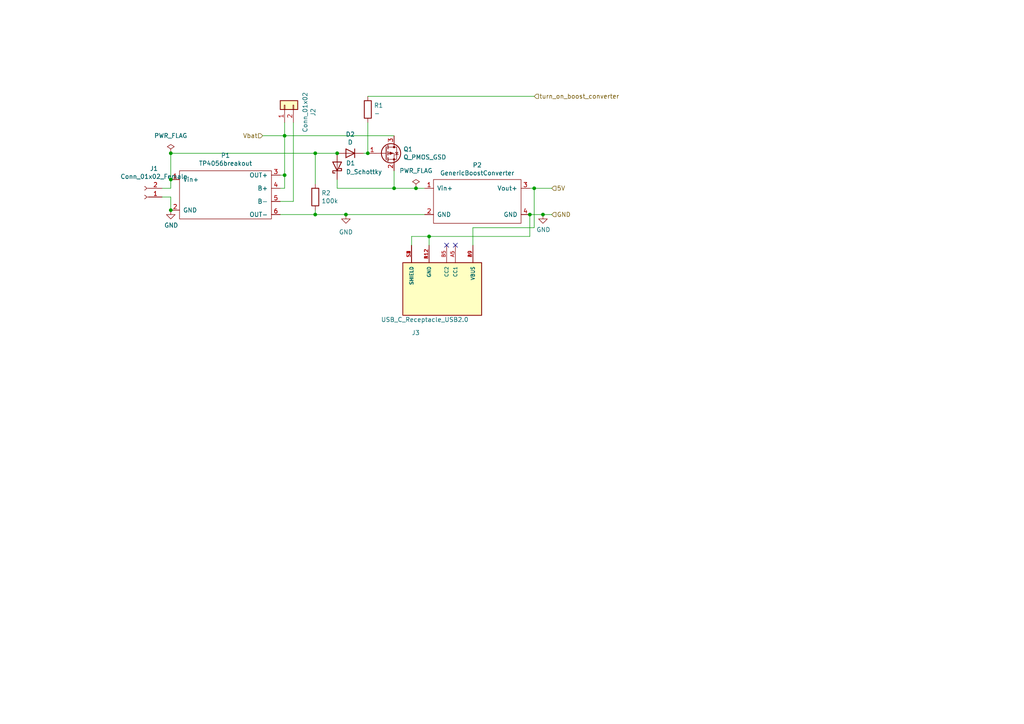
<source format=kicad_sch>
(kicad_sch (version 20211123) (generator eeschema)
  (paper "A4")
  (lib_symbols
    (symbol "Connector:Conn_01x02_Female" (pin_names (offset 1.016) hide)
      (property "Reference" "J" (at 0 2.54 0))
      (property "Value" "Conn_01x02_Female" (at 0 -5.08 0))
      (symbol "Conn_01x02_Female_1_1"
        (arc (start 0 -2.032) (mid -0.508 -2.54) (end 0 -3.048) (stroke (width 0.1524)))
        (polyline (pts (xy -1.27 -2.54) (xy -0.508 -2.54)) (stroke (width 0.1524)))
        (polyline (pts (xy -1.27 0) (xy -0.508 0)) (stroke (width 0.1524)))
        (arc (start 0 0.508) (mid -0.508 0) (end 0 -0.508) (stroke (width 0.1524)))
        (pin passive line (at -5.08 0 0) (length 3.81) (name "Pin_1") (number "1"))
        (pin passive line (at -5.08 -2.54 0) (length 3.81) (name "Pin_2") (number "2"))
      )
    )
    (symbol "Connector_Generic:Conn_01x02" (pin_names (offset 1.016) hide)
      (property "Reference" "J" (at 0 2.54 0))
      (property "Value" "Conn_01x02" (at 0 -5.08 0))
      (symbol "Conn_01x02_1_1"
        (rectangle (start -1.27 -2.413) (end 0 -2.667) (stroke (width 0.1524)))
        (rectangle (start -1.27 0.127) (end 0 -0.127) (stroke (width 0.1524)))
        (rectangle (start -1.27 1.27) (end 1.27 -3.81) (stroke (width 0.254)) (fill (type background)))
        (pin passive line (at -5.08 0 0) (length 3.81) (name "Pin_1") (number "1"))
        (pin passive line (at -5.08 -2.54 0) (length 3.81) (name "Pin_2") (number "2"))
      )
    )
    (symbol "Device:D" (pin_numbers hide) (pin_names (offset 1.016) hide)
      (property "Reference" "D" (at 0 2.54 0))
      (property "Value" "D" (at 0 -2.54 0))
      (symbol "D_0_1"
        (polyline (pts (xy -1.27 1.27) (xy -1.27 -1.27)) (stroke (width 0.254)))
        (polyline (pts (xy 1.27 0) (xy -1.27 0)))
        (polyline (pts (xy 1.27 1.27) (xy 1.27 -1.27) (xy -1.27 0) (xy 1.27 1.27)) (stroke (width 0.254)))
      )
      (symbol "D_1_1"
        (pin passive line (at -3.81 0 0) (length 2.54) (name "K") (number "1"))
        (pin passive line (at 3.81 0 180) (length 2.54) (name "A") (number "2"))
      )
    )
    (symbol "Device:D_Schottky" (pin_numbers hide) (pin_names (offset 1.016) hide)
      (property "Reference" "D" (at 0 2.54 0))
      (property "Value" "D_Schottky" (at 0 -2.54 0))
      (symbol "D_Schottky_0_1"
        (polyline (pts (xy 1.27 0) (xy -1.27 0)))
        (polyline (pts (xy 1.27 1.27) (xy 1.27 -1.27) (xy -1.27 0) (xy 1.27 1.27)) (stroke (width 0.254)))
        (polyline (pts (xy -1.905 0.635) (xy -1.905 1.27) (xy -1.27 1.27) (xy -1.27 -1.27) (xy -0.635 -1.27) (xy -0.635 -0.635)) (stroke (width 0.254)))
      )
      (symbol "D_Schottky_1_1"
        (pin passive line (at -3.81 0 0) (length 2.54) (name "K") (number "1"))
        (pin passive line (at 3.81 0 180) (length 2.54) (name "A") (number "2"))
      )
    )
    (symbol "Device:Q_PMOS_GSD" (pin_names (offset 0) hide)
      (property "Reference" "Q" (at 5.08 1.27 0))
      (property "Value" "Q_PMOS_GSD" (at 5.08 -1.27 0))
      (symbol "Q_PMOS_GSD_0_1"
        (polyline (pts (xy 0.254 0) (xy -2.54 0)))
        (polyline (pts (xy 0.254 1.905) (xy 0.254 -1.905)) (stroke (width 0.254)))
        (polyline (pts (xy 0.762 -1.27) (xy 0.762 -2.286)) (stroke (width 0.254)))
        (polyline (pts (xy 0.762 0.508) (xy 0.762 -0.508)) (stroke (width 0.254)))
        (polyline (pts (xy 0.762 2.286) (xy 0.762 1.27)) (stroke (width 0.254)))
        (polyline (pts (xy 2.54 2.54) (xy 2.54 1.778)))
        (polyline (pts (xy 2.54 -2.54) (xy 2.54 0) (xy 0.762 0)))
        (polyline (pts (xy 0.762 1.778) (xy 3.302 1.778) (xy 3.302 -1.778) (xy 0.762 -1.778)))
        (polyline (pts (xy 2.286 0) (xy 1.27 0.381) (xy 1.27 -0.381) (xy 2.286 0)) (fill (type outline)))
        (polyline (pts (xy 2.794 -0.508) (xy 2.921 -0.381) (xy 3.683 -0.381) (xy 3.81 -0.254)))
        (polyline (pts (xy 3.302 -0.381) (xy 2.921 0.254) (xy 3.683 0.254) (xy 3.302 -0.381)))
        (circle (center 1.651 0) (radius 2.794) (stroke (width 0.254)))
        (circle (center 2.54 -1.778) (radius 0.254) (fill (type outline)))
        (circle (center 2.54 1.778) (radius 0.254) (fill (type outline)))
      )
      (symbol "Q_PMOS_GSD_1_1"
        (pin input line (at -5.08 0 0) (length 2.54) (name "G") (number "1"))
        (pin passive line (at 2.54 -5.08 90) (length 2.54) (name "S") (number "2"))
        (pin passive line (at 2.54 5.08 270) (length 2.54) (name "D") (number "3"))
      )
    )
    (symbol "Device:R" (pin_numbers hide) (pin_names (offset 0))
      (property "Reference" "R" (at 2.032 0 90))
      (property "Value" "R" (at 0 0 90))
      (symbol "R_0_1"
        (rectangle (start -1.016 -2.54) (end 1.016 2.54) (stroke (width 0.254)))
      )
      (symbol "R_1_1"
        (pin passive line (at 0 3.81 270) (length 1.27) (name "~") (number "1"))
        (pin passive line (at 0 -3.81 90) (length 1.27) (name "~") (number "2"))
      )
    )
    (symbol "TP4056-breakout:GenericBoostConverter" (pin_names (offset 1.016))
      (property "Reference" "P2" (at 0 10.541 0))
      (property "Value" "GenericBoostConverter" (at 0 8.2296 0))
      (symbol "GenericBoostConverter_0_1"
        (rectangle (start -12.7 6.35) (end 12.7 -6.35))
      )
      (symbol "GenericBoostConverter_1_1"
        (pin power_in line (at -15.24 3.81 0) (length 2.54) (name "Vin+") (number "1"))
        (pin power_in line (at -15.24 -3.81 0) (length 2.54) (name "GND") (number "2"))
        (pin power_out line (at 15.24 3.81 180) (length 2.54) (name "Vout+") (number "3"))
        (pin power_out line (at 15.24 -3.81 180) (length 2.54) (name "GND") (number "4"))
      )
    )
    (symbol "TP4056-breakout:TP4056breakout" (pin_names (offset 1.016))
      (property "Reference" "P1" (at 0.635 13.335 0))
      (property "Value" "TP4056breakout" (at 0.635 11.0236 0))
      (symbol "TP4056breakout_0_1"
        (rectangle (start -12.7 8.89) (end 13.97 -5.08))
      )
      (symbol "TP4056breakout_1_1"
        (pin power_in line (at -15.24 6.35 0) (length 2.54) (name "Vin+") (number "1"))
        (pin power_in line (at -15.24 -2.54 0) (length 2.54) (name "GND") (number "2"))
        (pin power_out line (at 16.51 7.62 180) (length 2.54) (name "OUT+") (number "3"))
        (pin power_out line (at 16.51 3.81 180) (length 2.54) (name "B+") (number "4"))
        (pin power_out line (at 16.51 0 180) (length 2.54) (name "B-") (number "5"))
        (pin power_out line (at 16.51 -3.81 180) (length 2.54) (name "OUT-") (number "6"))
      )
    )
    (symbol "power:GND" (power) (pin_names (offset 0))
      (property "Value" "GND" (at 0 -3.81 0))
      (symbol "GND_0_1"
        (polyline (pts (xy 0 0) (xy 0 -1.27) (xy 1.27 -1.27) (xy 0 -2.54) (xy -1.27 -1.27) (xy 0 -1.27)))
      )
      (symbol "GND_1_1"
        (pin power_in line (at 0 0 270) (length 0) hide (name "GND") (number "1"))
      )
    )
    (symbol "power:PWR_FLAG" (power) (pin_numbers hide) (pin_names (offset 0) hide)
      (property "Value" "PWR_FLAG" (at 0 3.81 0))
      (symbol "PWR_FLAG_0_0"
        (pin power_out line (at 0 0 90) (length 0) (name "pwr") (number "1"))
      )
      (symbol "PWR_FLAG_0_1"
        (polyline (pts (xy 0 0) (xy 0 1.27) (xy -1.016 1.905) (xy 0 2.54) (xy 1.016 1.905) (xy 0 1.27)))
      )
    )
    (symbol "usbC:USB4125-GF-A-0190_REVA2" (pin_names (offset 1.016))
      (property "Reference" "J" (at -7.62 10.922 0))
      (property "Value" "USB4125-GF-A-0190_REVA2" (at -7.62 -13.462 0))
      (symbol "USB4125-GF-A-0190_REVA2_0_0"
        (rectangle (start -7.62 -12.7) (end 7.62 10.16) (stroke (width 0.254)) (fill (type background)))
        (pin power_in line (at -12.7 -5.08 0) (length 5.08) (name "GND") (number "A12"))
        (pin bidirectional line (at -12.7 2.54 0) (length 5.08) (name "CC1") (number "A5"))
        (pin power_in line (at -12.7 7.62 0) (length 5.08) (name "VBUS") (number "A9"))
        (pin power_in line (at -12.7 -5.08 0) (length 5.08) (name "GND") (number "B12"))
        (pin bidirectional line (at -12.7 0 0) (length 5.08) (name "CC2") (number "B5"))
        (pin power_in line (at -12.7 7.62 0) (length 5.08) (name "VBUS") (number "B9"))
        (pin passive line (at -12.7 -10.16 0) (length 5.08) (name "SHIELD") (number "S1"))
        (pin passive line (at -12.7 -10.16 0) (length 5.08) (name "SHIELD") (number "S2"))
        (pin passive line (at -12.7 -10.16 0) (length 5.08) (name "SHIELD") (number "S3"))
        (pin passive line (at -12.7 -10.16 0) (length 5.08) (name "SHIELD") (number "S4"))
      )
    )
  )
  (junction (at 154.94 54.61))
  (junction (at 120.65 54.61))
  (junction (at 114.3 54.61))
  (junction (at 49.53 52.07))
  (junction (at 82.55 50.8))
  (junction (at 124.46 68.58))
  (junction (at 97.79 44.45))
  (junction (at 91.44 62.23))
  (junction (at 100.33 62.23))
  (junction (at 106.68 44.45))
  (junction (at 157.48 62.23))
  (junction (at 49.53 60.96))
  (junction (at 91.44 44.45))
  (junction (at 153.67 62.23))
  (junction (at 49.53 44.45))
  (junction (at 82.55 39.37))
  (no_connect (at 129.54 71.12))
  (no_connect (at 132.08 71.12))
  (wire (pts (xy 81.28 50.8) (xy 82.55 50.8)))
  (wire (pts (xy 157.48 62.23) (xy 160.02 62.23)))
  (wire (pts (xy 82.55 50.8) (xy 82.55 54.61)))
  (wire (pts (xy 46.99 54.61) (xy 49.53 54.61)))
  (wire (pts (xy 120.65 54.61) (xy 123.19 54.61)))
  (wire (pts (xy 91.44 53.34) (xy 91.44 44.45)))
  (wire (pts (xy 153.67 62.23) (xy 153.67 68.58)))
  (wire (pts (xy 91.44 62.23) (xy 100.33 62.23)))
  (wire (pts (xy 91.44 44.45) (xy 97.79 44.45)))
  (wire (pts (xy 124.46 68.58) (xy 124.46 71.12)))
  (wire (pts (xy 46.99 57.15) (xy 49.53 57.15)))
  (wire (pts (xy 106.68 35.56) (xy 106.68 44.45)))
  (wire (pts (xy 91.44 62.23) (xy 91.44 60.96)))
  (wire (pts (xy 119.38 68.58) (xy 119.38 71.12)))
  (wire (pts (xy 97.79 54.61) (xy 114.3 54.61)))
  (wire (pts (xy 124.46 68.58) (xy 119.38 68.58)))
  (wire (pts (xy 154.94 54.61) (xy 160.02 54.61)))
  (wire (pts (xy 154.94 66.04) (xy 137.16 66.04)))
  (wire (pts (xy 114.3 54.61) (xy 120.65 54.61)))
  (wire (pts (xy 154.94 66.04) (xy 154.94 54.61)))
  (wire (pts (xy 85.09 35.56) (xy 85.09 58.42)))
  (wire (pts (xy 49.53 54.61) (xy 49.53 52.07)))
  (wire (pts (xy 82.55 35.56) (xy 82.55 39.37)))
  (wire (pts (xy 82.55 39.37) (xy 82.55 50.8)))
  (wire (pts (xy 81.28 62.23) (xy 91.44 62.23)))
  (wire (pts (xy 76.2 39.37) (xy 82.55 39.37)))
  (wire (pts (xy 82.55 39.37) (xy 114.3 39.37)))
  (wire (pts (xy 114.3 49.53) (xy 114.3 54.61)))
  (wire (pts (xy 49.53 44.45) (xy 49.53 52.07)))
  (wire (pts (xy 153.67 68.58) (xy 124.46 68.58)))
  (wire (pts (xy 137.16 66.04) (xy 137.16 71.12)))
  (wire (pts (xy 106.68 27.94) (xy 154.94 27.94)))
  (wire (pts (xy 81.28 58.42) (xy 85.09 58.42)))
  (wire (pts (xy 49.53 57.15) (xy 49.53 60.96)))
  (wire (pts (xy 154.94 54.61) (xy 153.67 54.61)))
  (wire (pts (xy 91.44 44.45) (xy 49.53 44.45)))
  (wire (pts (xy 153.67 62.23) (xy 157.48 62.23)))
  (wire (pts (xy 105.41 44.45) (xy 106.68 44.45)))
  (wire (pts (xy 97.79 52.07) (xy 97.79 54.61)))
  (wire (pts (xy 100.33 62.23) (xy 123.19 62.23)))
  (wire (pts (xy 81.28 54.61) (xy 82.55 54.61)))
  (hierarchical_label "Vbat" (shape input) (at 76.2 39.37 180))
  (hierarchical_label "turn_on_boost_converter" (shape input) (at 154.94 27.94 0))
  (hierarchical_label "5V" (shape input) (at 160.02 54.61 0))
  (hierarchical_label "GND" (shape input) (at 160.02 62.23 0))
  (symbol (lib_id "TP4056-breakout:TP4056breakout") (at 64.77 58.42 0) (unit 1)
    (property "Reference" "P1" (at 65.405 45.085 0))
    (property "Value" "TP4056breakout" (at 65.405 47.3964 0))
    (property "Footprint" "Components:TP4056breakout" (effects hide))
  )
  (symbol (lib_id "TP4056-breakout:GenericBoostConverter") (at 138.43 58.42 0) (unit 1)
    (property "Reference" "P2" (at 138.43 47.879 0))
    (property "Value" "GenericBoostConverter" (at 138.43 50.1904 0))
    (property "Footprint" "Components:GenericBoostConverter" (effects hide))
  )
  (symbol (lib_id "Device:R") (at 91.44 57.15 0) (unit 1)
    (property "Reference" "R2" (at 93.218 55.9816 0) (effects (justify left)))
    (property "Value" "100k" (at 93.218 58.293 0) (effects (justify left)))
    (property "Footprint" "Resistor_THT:R_Axial_DIN0207_L6.3mm_D2.5mm_P7.62mm_Horizontal" (effects hide))
  )
  (symbol (lib_id "power:GND") (at 49.53 60.96 0) (unit 1)
    (property "Reference" "#PWR0103" (effects hide))
    (property "Value" "GND" (at 49.657 65.3542 0))
  )
  (symbol (lib_id "Connector:Conn_01x02_Female") (at 41.91 57.15 180) (unit 1)
    (property "Reference" "J1" (at 44.6532 48.895 0))
    (property "Value" "Conn_01x02_Female" (at 44.6532 51.2064 0))
    (property "Footprint" "Connector_PinSocket_2.54mm:PinSocket_1x02_P2.54mm_Vertical" (effects hide))
  )
  (symbol (lib_id "power:GND") (at 157.48 62.23 0) (unit 1)
    (property "Reference" "#PWR0101" (effects hide))
    (property "Value" "GND" (at 157.607 66.6242 0))
  )
  (symbol (lib_id "Connector_Generic:Conn_01x02") (at 82.55 30.48 90) (unit 1)
    (property "Reference" "J2" (at 90.805 32.5628 0))
    (property "Value" "Conn_01x02" (at 88.4936 32.5628 0))
    (property "Footprint" "Connector_JST:JST_PH_B2B-PH-K_1x02_P2.00mm_Vertical" (effects hide))
  )
  (symbol (lib_id "Device:Q_PMOS_GSD") (at 111.76 44.45 0) (unit 1)
    (property "Reference" "Q1" (at 116.967 43.2816 0) (effects (justify left)))
    (property "Value" "Q_PMOS_GSD" (at 116.967 45.593 0) (effects (justify left)))
    (property "Footprint" "Package_TO_SOT_SMD:SOT-23" (effects hide))
  )
  (symbol (lib_id "usbC:USB4125-GF-A-0190_REVA2") (at 129.54 83.82 270) (unit 1)
    (property "Reference" "J3" (at 119.38 96.52 90) (effects (justify left)))
    (property "Value" "USB_C_Receptacle_USB2.0" (at 110.49 92.71 90) (effects (justify left)))
    (property "Footprint" "GCT_USB4125-GF-A-0190_REVA2" (effects hide))
    (property "Datasheet" "https://www.usb.org/sites/default/files/documents/usb_type-c.zip" (effects hide))
    (property "PARTREV" "Rev A2" (effects hide))
    (property "MANUFACTURER" "GCT" (effects hide))
    (property "MAXIMUM_PACKAGE_HEIGHT" "3.16 mm" (effects hide))
    (property "STANDARD" "Manufacturer Recommendations" (effects hide))
  )
  (symbol (lib_id "Device:D") (at 101.6 44.45 180) (unit 1)
    (property "Reference" "D2" (at 101.6 38.9636 0))
    (property "Value" "D" (at 101.6 41.275 0))
    (property "Footprint" "Diode_THT:D_5W_P12.70mm_Horizontal" (effects hide))
  )
  (symbol (lib_id "power:PWR_FLAG") (at 120.65 54.61 0) (unit 1)
    (property "Reference" "#FLG0101" (effects hide))
    (property "Value" "PWR_FLAG" (at 120.65 49.53 0))
  )
  (symbol (lib_id "power:GND") (at 100.33 62.23 0) (unit 1)
    (property "Reference" "#PWR0104" (effects hide))
    (property "Value" "GND" (at 100.33 67.31 0))
  )
  (symbol (lib_id "Device:D_Schottky") (at 97.79 48.26 90) (unit 1)
    (property "Reference" "D1" (at 100.33 47.3074 90) (effects (justify right)))
    (property "Value" "D_Schottky" (at 100.33 49.8474 90) (effects (justify right)))
    (property "Footprint" "Diode_SMD:D_SMB_Handsoldering" (effects hide))
  )
  (symbol (lib_id "Device:R") (at 106.68 31.75 0) (unit 1)
    (property "Reference" "R1" (at 108.458 30.5816 0) (effects (justify left)))
    (property "Value" "-" (at 108.458 32.893 0) (effects (justify left)))
    (property "Footprint" "Resistor_THT:R_Axial_DIN0207_L6.3mm_D2.5mm_P7.62mm_Horizontal" (effects hide))
  )
  (symbol (lib_id "power:PWR_FLAG") (at 49.53 44.45 0) (unit 1)
    (property "Reference" "#FLG0102" (effects hide))
    (property "Value" "PWR_FLAG" (at 49.53 39.37 0))
  )
)
</source>
